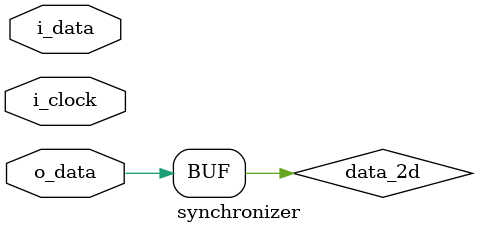
<source format=v>
module synchronizer
#(
    parameter                           NB_DATA = 1
)
(
    input   wire                        i_clock,
    input   wire    [NB_DATA-1  : 0]    i_data,
    input   wire    [NB_DATA-1  : 0]    o_data
);

/* Delay registers */
reg                 [NB_DATA-1  : 0]    data_d;
reg                 [NB_DATA-1  : 0]    data_2d;

//[FIXME]: PLEASE CHECK THE INITIAL STATE OF THOSE REGS
always @(posedge i_clock) begin
    data_d      <=  i_data;
    data_2d     <=  data_d;    
end

assign o_data   =   data_2d;

endmodule


</source>
